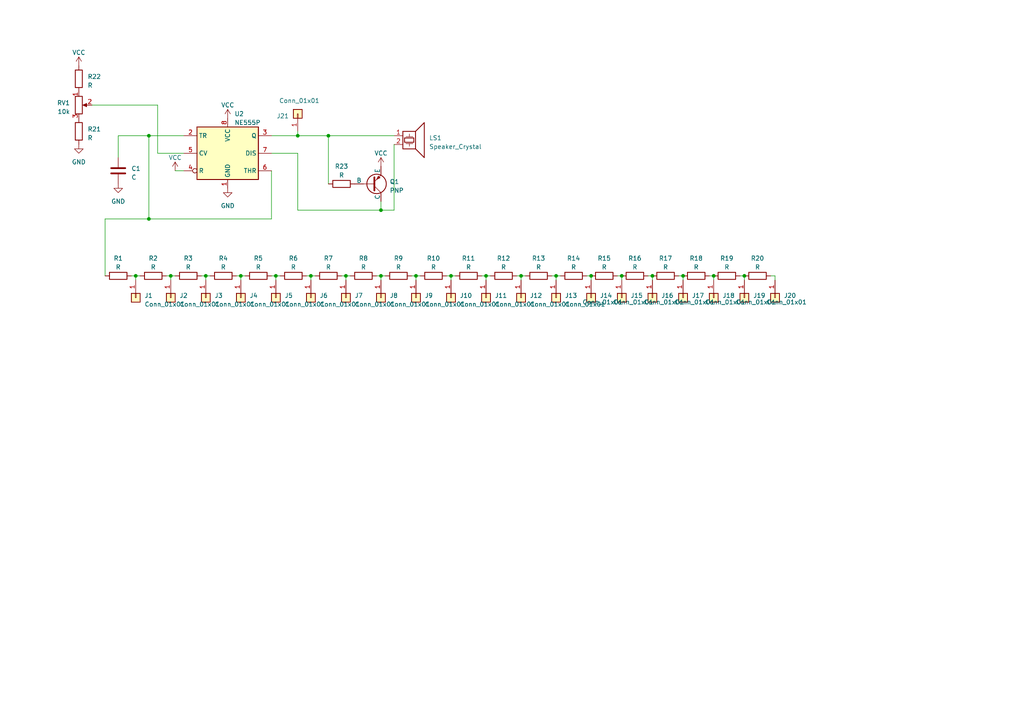
<source format=kicad_sch>
(kicad_sch (version 20230121) (generator eeschema)
  (paper "A4")
  (lib_symbols
    (symbol "Connector_Generic:Conn_01x01" (pin_names (offset 1.016) hide)
      (property "Reference" "J" (at 0 2.54 0))
      (property "Value" "Conn_01x01" (at 0 -2.54 0))
      (symbol "Conn_01x01_1_1"
        (rectangle (start -1.27 0.127) (end 0 -0.127) (stroke (width 0.1524)))
        (rectangle (start -1.27 1.27) (end 1.27 -1.27) (stroke (width 0.254)) (fill (type background)))
        (pin passive line (at -5.08 0 0) (length 3.81) (name "Pin_1") (number "1"))
      )
    )
    (symbol "Device:C" (pin_numbers hide) (pin_names (offset 0.254))
      (property "Reference" "C" (at 0.635 2.54 0))
      (property "Value" "C" (at 0.635 -2.54 0))
      (symbol "C_0_1"
        (polyline (pts (xy -2.032 -0.762) (xy 2.032 -0.762)) (stroke (width 0.508)))
        (polyline (pts (xy -2.032 0.762) (xy 2.032 0.762)) (stroke (width 0.508)))
      )
      (symbol "C_1_1"
        (pin passive line (at 0 3.81 270) (length 2.794) (name "~") (number "1"))
        (pin passive line (at 0 -3.81 90) (length 2.794) (name "~") (number "2"))
      )
    )
    (symbol "Device:R" (pin_numbers hide) (pin_names (offset 0))
      (property "Reference" "R" (at 2.032 0 90))
      (property "Value" "R" (at 0 0 90))
      (symbol "R_0_1"
        (rectangle (start -1.016 -2.54) (end 1.016 2.54) (stroke (width 0.254)))
      )
      (symbol "R_1_1"
        (pin passive line (at 0 3.81 270) (length 1.27) (name "~") (number "1"))
        (pin passive line (at 0 -3.81 90) (length 1.27) (name "~") (number "2"))
      )
    )
    (symbol "Device:R_Potentiometer" (pin_names (offset 1.016) hide)
      (property "Reference" "RV" (at -4.445 0 90))
      (property "Value" "R_Potentiometer" (at -2.54 0 90))
      (symbol "R_Potentiometer_0_1"
        (polyline (pts (xy 2.54 0) (xy 1.524 0)))
        (polyline (pts (xy 1.143 0) (xy 2.286 0.508) (xy 2.286 -0.508) (xy 1.143 0)) (fill (type outline)))
        (rectangle (start 1.016 2.54) (end -1.016 -2.54) (stroke (width 0.254)))
      )
      (symbol "R_Potentiometer_1_1"
        (pin passive line (at 0 3.81 270) (length 1.27) (name "1") (number "1"))
        (pin passive line (at 3.81 0 180) (length 1.27) (name "2") (number "2"))
        (pin passive line (at 0 -3.81 90) (length 1.27) (name "3") (number "3"))
      )
    )
    (symbol "Device:Speaker_Crystal" (pin_names (offset 0) hide)
      (property "Reference" "LS" (at 0.635 5.715 0))
      (property "Value" "Speaker_Crystal" (at 0.635 3.81 0))
      (symbol "Speaker_Crystal_0_0"
        (rectangle (start -2.54 1.27) (end 1.143 -3.81) (stroke (width 0.254)))
        (rectangle (start -2.032 -0.635) (end 0.635 -1.905) (stroke (width 0.254)))
        (polyline (pts (xy -1.651 -2.286) (xy 0.381 -2.286)))
        (polyline (pts (xy -1.651 -0.254) (xy 0.381 -0.254)))
        (polyline (pts (xy -0.635 -2.286) (xy -0.635 -3.048)))
        (polyline (pts (xy -0.635 -0.254) (xy -0.635 0.508)))
        (polyline (pts (xy 1.143 1.27) (xy 3.683 3.81) (xy 3.683 -6.35) (xy 1.143 -3.81)) (stroke (width 0.254)))
      )
      (symbol "Speaker_Crystal_1_1"
        (pin input line (at -5.08 0 0) (length 2.54) (name "1") (number "1"))
        (pin input line (at -5.08 -2.54 0) (length 2.54) (name "2") (number "2"))
      )
    )
    (symbol "Simulation_SPICE:PNP" (pin_numbers hide) (pin_names (offset 0))
      (property "Reference" "Q" (at -2.54 7.62 0))
      (property "Value" "PNP" (at -2.54 5.08 0))
      (symbol "PNP_0_1"
        (polyline (pts (xy -2.54 0) (xy 0.635 0)) (stroke (width 0.1524)))
        (polyline (pts (xy 0.635 0.635) (xy 2.54 2.54)))
        (polyline (pts (xy 0.635 -0.635) (xy 2.54 -2.54) (xy 2.54 -2.54)))
        (polyline (pts (xy 0.635 1.905) (xy 0.635 -1.905) (xy 0.635 -1.905)) (stroke (width 0.508)))
        (polyline (pts (xy 2.286 -1.778) (xy 1.778 -2.286) (xy 1.27 -1.27) (xy 2.286 -1.778) (xy 2.286 -1.778)) (fill (type outline)))
        (circle (center 1.27 0) (radius 2.8194) (stroke (width 0.254)))
      )
      (symbol "PNP_1_1"
        (pin open_collector line (at 2.54 5.08 270) (length 2.54) (name "C") (number "1"))
        (pin input line (at -5.08 0 0) (length 2.54) (name "B") (number "2"))
        (pin open_emitter line (at 2.54 -5.08 90) (length 2.54) (name "E") (number "3"))
      )
    )
    (symbol "Timer:NE555P"
      (property "Reference" "U" (at -10.16 8.89 0))
      (property "Value" "NE555P" (at 2.54 8.89 0))
      (symbol "NE555P_0_0"
        (pin power_in line (at 0 -10.16 90) (length 2.54) (name "GND") (number "1"))
        (pin power_in line (at 0 10.16 270) (length 2.54) (name "VCC") (number "8"))
      )
      (symbol "NE555P_0_1"
        (rectangle (start -8.89 -7.62) (end 8.89 7.62) (stroke (width 0.254)) (fill (type background)))
        (rectangle (start -8.89 -7.62) (end 8.89 7.62) (stroke (width 0.254)) (fill (type background)))
      )
      (symbol "NE555P_1_1"
        (pin input line (at -12.7 5.08 0) (length 3.81) (name "TR") (number "2"))
        (pin output line (at 12.7 5.08 180) (length 3.81) (name "Q") (number "3"))
        (pin input inverted (at -12.7 -5.08 0) (length 3.81) (name "R") (number "4"))
        (pin input line (at -12.7 0 0) (length 3.81) (name "CV") (number "5"))
        (pin input line (at 12.7 -5.08 180) (length 3.81) (name "THR") (number "6"))
        (pin input line (at 12.7 0 180) (length 3.81) (name "DIS") (number "7"))
      )
    )
    (symbol "power:GND" (power) (pin_names (offset 0))
      (property "Value" "GND" (at 0 -3.81 0))
      (symbol "GND_0_1"
        (polyline (pts (xy 0 0) (xy 0 -1.27) (xy 1.27 -1.27) (xy 0 -2.54) (xy -1.27 -1.27) (xy 0 -1.27)))
      )
      (symbol "GND_1_1"
        (pin power_in line (at 0 0 270) (length 0) hide (name "GND") (number "1"))
      )
    )
    (symbol "power:VCC" (power) (pin_names (offset 0))
      (property "Value" "VCC" (at 0 3.81 0))
      (symbol "VCC_0_1"
        (polyline (pts (xy -0.762 1.27) (xy 0 2.54)))
        (polyline (pts (xy 0 0) (xy 0 2.54)))
        (polyline (pts (xy 0 2.54) (xy 0.762 1.27)))
      )
      (symbol "VCC_1_1"
        (pin power_in line (at 0 0 90) (length 0) hide (name "VCC") (number "1"))
      )
    )
  )
  (junction (at 80.01 80.01))
  (junction (at 49.53 80.01))
  (junction (at 39.37 80.01))
  (junction (at 180.34 80.01))
  (junction (at 59.69 80.01))
  (junction (at 130.81 80.01))
  (junction (at 151.13 80.01))
  (junction (at 161.29 80.01))
  (junction (at 207.01 80.01))
  (junction (at 100.33 80.01))
  (junction (at 90.17 80.01))
  (junction (at 215.9 80.01))
  (junction (at 120.65 80.01))
  (junction (at 171.45 80.01))
  (junction (at 189.23 80.01))
  (junction (at 140.97 80.01))
  (junction (at 198.12 80.01))
  (junction (at 95.25 39.37))
  (junction (at 86.36 39.37))
  (junction (at 69.85 80.01))
  (junction (at 43.18 39.37))
  (junction (at 110.49 80.01))
  (junction (at 43.18 63.5))
  (junction (at 110.49 60.96))
  (wire (pts (xy 80.01 80.01) (xy 80.01 81.28)))
  (wire (pts (xy 149.86 80.01) (xy 151.13 80.01)))
  (wire (pts (xy 130.81 80.01) (xy 132.08 80.01)))
  (wire (pts (xy 86.36 44.45) (xy 78.74 44.45)))
  (wire (pts (xy 34.29 45.72) (xy 34.29 39.37)))
  (wire (pts (xy 160.02 80.01) (xy 161.29 80.01)))
  (wire (pts (xy 78.74 39.37) (xy 86.36 39.37)))
  (wire (pts (xy 215.9 80.01) (xy 215.9 81.28)))
  (wire (pts (xy 189.23 80.01) (xy 189.23 81.28)))
  (wire (pts (xy 80.01 80.01) (xy 81.28 80.01)))
  (wire (pts (xy 130.81 80.01) (xy 130.81 81.28)))
  (wire (pts (xy 198.12 80.01) (xy 198.12 81.28)))
  (wire (pts (xy 140.97 80.01) (xy 142.24 80.01)))
  (wire (pts (xy 43.18 63.5) (xy 78.74 63.5)))
  (wire (pts (xy 119.38 80.01) (xy 120.65 80.01)))
  (wire (pts (xy 90.17 80.01) (xy 91.44 80.01)))
  (wire (pts (xy 151.13 80.01) (xy 151.13 81.28)))
  (wire (pts (xy 170.18 80.01) (xy 171.45 80.01)))
  (wire (pts (xy 196.85 80.01) (xy 198.12 80.01)))
  (wire (pts (xy 223.52 80.01) (xy 224.79 80.01)))
  (wire (pts (xy 129.54 80.01) (xy 130.81 80.01)))
  (wire (pts (xy 120.65 80.01) (xy 120.65 81.28)))
  (wire (pts (xy 38.1 80.01) (xy 39.37 80.01)))
  (wire (pts (xy 88.9 80.01) (xy 90.17 80.01)))
  (wire (pts (xy 58.42 80.01) (xy 59.69 80.01)))
  (wire (pts (xy 110.49 60.96) (xy 110.49 58.42)))
  (wire (pts (xy 59.69 80.01) (xy 59.69 81.28)))
  (wire (pts (xy 34.29 39.37) (xy 43.18 39.37)))
  (wire (pts (xy 49.53 80.01) (xy 49.53 81.28)))
  (wire (pts (xy 120.65 80.01) (xy 121.92 80.01)))
  (wire (pts (xy 43.18 63.5) (xy 30.48 63.5)))
  (wire (pts (xy 187.96 80.01) (xy 189.23 80.01)))
  (wire (pts (xy 171.45 80.01) (xy 171.45 81.28)))
  (wire (pts (xy 95.25 39.37) (xy 114.3 39.37)))
  (wire (pts (xy 110.49 60.96) (xy 114.3 60.96)))
  (wire (pts (xy 109.22 80.01) (xy 110.49 80.01)))
  (wire (pts (xy 43.18 39.37) (xy 53.34 39.37)))
  (wire (pts (xy 86.36 38.1) (xy 86.36 39.37)))
  (wire (pts (xy 43.18 39.37) (xy 43.18 63.5)))
  (wire (pts (xy 95.25 39.37) (xy 95.25 53.34)))
  (wire (pts (xy 100.33 80.01) (xy 101.6 80.01)))
  (wire (pts (xy 39.37 80.01) (xy 40.64 80.01)))
  (wire (pts (xy 110.49 80.01) (xy 110.49 81.28)))
  (wire (pts (xy 224.79 80.01) (xy 224.79 81.28)))
  (wire (pts (xy 45.72 44.45) (xy 53.34 44.45)))
  (wire (pts (xy 68.58 80.01) (xy 69.85 80.01)))
  (wire (pts (xy 100.33 80.01) (xy 100.33 81.28)))
  (wire (pts (xy 50.8 49.53) (xy 53.34 49.53)))
  (wire (pts (xy 30.48 63.5) (xy 30.48 80.01)))
  (wire (pts (xy 205.74 80.01) (xy 207.01 80.01)))
  (wire (pts (xy 59.69 80.01) (xy 60.96 80.01)))
  (wire (pts (xy 78.74 80.01) (xy 80.01 80.01)))
  (wire (pts (xy 140.97 80.01) (xy 140.97 81.28)))
  (wire (pts (xy 78.74 49.53) (xy 78.74 63.5)))
  (wire (pts (xy 161.29 80.01) (xy 162.56 80.01)))
  (wire (pts (xy 110.49 60.96) (xy 86.36 60.96)))
  (wire (pts (xy 139.7 80.01) (xy 140.97 80.01)))
  (wire (pts (xy 48.26 80.01) (xy 49.53 80.01)))
  (wire (pts (xy 110.49 80.01) (xy 111.76 80.01)))
  (wire (pts (xy 26.67 30.48) (xy 45.72 30.48)))
  (wire (pts (xy 214.63 80.01) (xy 215.9 80.01)))
  (wire (pts (xy 179.07 80.01) (xy 180.34 80.01)))
  (wire (pts (xy 151.13 80.01) (xy 152.4 80.01)))
  (wire (pts (xy 99.06 80.01) (xy 100.33 80.01)))
  (wire (pts (xy 90.17 80.01) (xy 90.17 81.28)))
  (wire (pts (xy 161.29 80.01) (xy 161.29 81.28)))
  (wire (pts (xy 69.85 80.01) (xy 69.85 81.28)))
  (wire (pts (xy 114.3 41.91) (xy 114.3 60.96)))
  (wire (pts (xy 39.37 80.01) (xy 39.37 81.28)))
  (wire (pts (xy 69.85 80.01) (xy 71.12 80.01)))
  (wire (pts (xy 180.34 80.01) (xy 180.34 81.28)))
  (wire (pts (xy 86.36 39.37) (xy 95.25 39.37)))
  (wire (pts (xy 45.72 30.48) (xy 45.72 44.45)))
  (wire (pts (xy 49.53 80.01) (xy 50.8 80.01)))
  (wire (pts (xy 207.01 80.01) (xy 207.01 81.28)))
  (wire (pts (xy 86.36 60.96) (xy 86.36 44.45)))
  (symbol (lib_id "Connector_Generic:Conn_01x01") (at 224.79 86.36 270) (unit 1)
    (property "Reference" "J20" (at 227.33 85.725 90) (effects (justify left)))
    (property "Value" "Conn_01x01" (at 222.25 87.63 90) (effects (justify left)))
  )
  (symbol (lib_id "Simulation_SPICE:PNP") (at 107.95 53.34 0) (mirror x) (unit 1)
    (property "Reference" "Q1" (at 113.03 52.705 0) (effects (justify left)))
    (property "Value" "PNP" (at 113.03 55.245 0) (effects (justify left)))
    (property "Sim.Device" "PNP" (effects hide))
    (property "Sim.Type" "GUMMELPOON" (effects hide))
    (property "Sim.Pins" "1=C 2=B 3=E" (effects hide))
  )
  (symbol (lib_id "Connector_Generic:Conn_01x01") (at 140.97 86.36 270) (unit 1)
    (property "Reference" "J11" (at 143.51 85.725 90) (effects (justify left)))
    (property "Value" "Conn_01x01" (at 143.51 88.265 90) (effects (justify left)))
  )
  (symbol (lib_id "power:VCC") (at 66.04 34.29 0) (unit 1)
    (property "Reference" "#PWR05" (effects hide))
    (property "Value" "VCC" (at 66.04 30.48 0))
  )
  (symbol (lib_id "Connector_Generic:Conn_01x01") (at 90.17 86.36 270) (unit 1)
    (property "Reference" "J6" (at 92.71 85.725 90) (effects (justify left)))
    (property "Value" "Conn_01x01" (at 92.71 88.265 90) (effects (justify left)))
  )
  (symbol (lib_id "Timer:NE555P") (at 66.04 44.45 0) (unit 1)
    (property "Reference" "U2" (at 67.9959 33.02 0) (effects (justify left)))
    (property "Value" "NE555P" (at 67.9959 35.56 0) (effects (justify left)))
    (property "Footprint" "Package_DIP:DIP-8_W7.62mm" (effects hide))
    (property "Datasheet" "http://www.ti.com/lit/ds/symlink/ne555.pdf" (effects hide))
  )
  (symbol (lib_id "Device:R") (at 201.93 80.01 90) (unit 1)
    (property "Reference" "R18" (at 201.93 74.93 90))
    (property "Value" "R" (at 201.93 77.47 90))
    (property "Footprint" "Resistor_THT:R_Axial_DIN0207_L6.3mm_D2.5mm_P10.16mm_Horizontal" (effects hide))
  )
  (symbol (lib_id "Device:R") (at 22.86 38.1 180) (unit 1)
    (property "Reference" "R21" (at 25.4 37.465 0) (effects (justify right)))
    (property "Value" "R" (at 25.4 40.005 0) (effects (justify right)))
    (property "Footprint" "Resistor_THT:R_Axial_DIN0207_L6.3mm_D2.5mm_P10.16mm_Horizontal" (effects hide))
  )
  (symbol (lib_id "Connector_Generic:Conn_01x01") (at 59.69 86.36 270) (unit 1)
    (property "Reference" "J3" (at 62.23 85.725 90) (effects (justify left)))
    (property "Value" "Conn_01x01" (at 62.23 88.265 90) (effects (justify left)))
  )
  (symbol (lib_id "Device:R") (at 64.77 80.01 90) (unit 1)
    (property "Reference" "R4" (at 64.77 74.93 90))
    (property "Value" "R" (at 64.77 77.47 90))
    (property "Footprint" "Resistor_THT:R_Axial_DIN0207_L6.3mm_D2.5mm_P10.16mm_Horizontal" (effects hide))
  )
  (symbol (lib_id "Connector_Generic:Conn_01x01") (at 39.37 86.36 270) (unit 1)
    (property "Reference" "J1" (at 41.91 85.725 90) (effects (justify left)))
    (property "Value" "Conn_01x01" (at 41.91 88.265 90) (effects (justify left)))
  )
  (symbol (lib_id "Device:R") (at 166.37 80.01 90) (unit 1)
    (property "Reference" "R14" (at 166.37 74.93 90))
    (property "Value" "R" (at 166.37 77.47 90))
    (property "Footprint" "Resistor_THT:R_Axial_DIN0207_L6.3mm_D2.5mm_P10.16mm_Horizontal" (effects hide))
  )
  (symbol (lib_id "Device:R") (at 74.93 80.01 90) (unit 1)
    (property "Reference" "R5" (at 74.93 74.93 90))
    (property "Value" "R" (at 74.93 77.47 90))
    (property "Footprint" "Resistor_THT:R_Axial_DIN0207_L6.3mm_D2.5mm_P10.16mm_Horizontal" (effects hide))
  )
  (symbol (lib_id "Device:R") (at 146.05 80.01 90) (unit 1)
    (property "Reference" "R12" (at 146.05 74.93 90))
    (property "Value" "R" (at 146.05 77.47 90))
    (property "Footprint" "Resistor_THT:R_Axial_DIN0207_L6.3mm_D2.5mm_P10.16mm_Horizontal" (effects hide))
  )
  (symbol (lib_id "Device:R") (at 105.41 80.01 90) (unit 1)
    (property "Reference" "R8" (at 105.41 74.93 90))
    (property "Value" "R" (at 105.41 77.47 90))
    (property "Footprint" "Resistor_THT:R_Axial_DIN0207_L6.3mm_D2.5mm_P10.16mm_Horizontal" (effects hide))
  )
  (symbol (lib_id "Device:R") (at 210.82 80.01 90) (unit 1)
    (property "Reference" "R19" (at 210.82 74.93 90))
    (property "Value" "R" (at 210.82 77.47 90))
    (property "Footprint" "Resistor_THT:R_Axial_DIN0207_L6.3mm_D2.5mm_P10.16mm_Horizontal" (effects hide))
  )
  (symbol (lib_id "Device:R") (at 184.15 80.01 90) (unit 1)
    (property "Reference" "R16" (at 184.15 74.93 90))
    (property "Value" "R" (at 184.15 77.47 90))
    (property "Footprint" "Resistor_THT:R_Axial_DIN0207_L6.3mm_D2.5mm_P10.16mm_Horizontal" (effects hide))
  )
  (symbol (lib_id "Device:C") (at 34.29 49.53 0) (unit 1)
    (property "Reference" "C1" (at 38.1 48.895 0) (effects (justify left)))
    (property "Value" "C" (at 38.1 51.435 0) (effects (justify left)))
  )
  (symbol (lib_id "Device:R") (at 99.06 53.34 90) (unit 1)
    (property "Reference" "R23" (at 99.06 48.26 90))
    (property "Value" "R" (at 99.06 50.8 90))
    (property "Footprint" "Resistor_THT:R_Axial_DIN0207_L6.3mm_D2.5mm_P10.16mm_Horizontal" (effects hide))
  )
  (symbol (lib_id "Connector_Generic:Conn_01x01") (at 151.13 86.36 270) (unit 1)
    (property "Reference" "J12" (at 153.67 85.725 90) (effects (justify left)))
    (property "Value" "Conn_01x01" (at 153.67 88.265 90) (effects (justify left)))
  )
  (symbol (lib_id "Connector_Generic:Conn_01x01") (at 100.33 86.36 270) (unit 1)
    (property "Reference" "J7" (at 102.87 85.725 90) (effects (justify left)))
    (property "Value" "Conn_01x01" (at 102.87 88.265 90) (effects (justify left)))
  )
  (symbol (lib_id "Connector_Generic:Conn_01x01") (at 171.45 86.36 270) (unit 1)
    (property "Reference" "J14" (at 173.99 85.725 90) (effects (justify left)))
    (property "Value" "Conn_01x01" (at 168.91 87.63 90) (effects (justify left)))
  )
  (symbol (lib_id "Device:R") (at 175.26 80.01 90) (unit 1)
    (property "Reference" "R15" (at 175.26 74.93 90))
    (property "Value" "R" (at 175.26 77.47 90))
    (property "Footprint" "Resistor_THT:R_Axial_DIN0207_L6.3mm_D2.5mm_P10.16mm_Horizontal" (effects hide))
  )
  (symbol (lib_id "Connector_Generic:Conn_01x01") (at 110.49 86.36 270) (unit 1)
    (property "Reference" "J8" (at 113.03 85.725 90) (effects (justify left)))
    (property "Value" "Conn_01x01" (at 113.03 88.265 90) (effects (justify left)))
  )
  (symbol (lib_id "Device:Speaker_Crystal") (at 119.38 39.37 0) (unit 1)
    (property "Reference" "LS1" (at 124.46 40.005 0) (effects (justify left)))
    (property "Value" "Speaker_Crystal" (at 124.46 42.545 0) (effects (justify left)))
  )
  (symbol (lib_id "Device:R") (at 156.21 80.01 90) (unit 1)
    (property "Reference" "R13" (at 156.21 74.93 90))
    (property "Value" "R" (at 156.21 77.47 90))
    (property "Footprint" "Resistor_THT:R_Axial_DIN0207_L6.3mm_D2.5mm_P10.16mm_Horizontal" (effects hide))
  )
  (symbol (lib_id "Connector_Generic:Conn_01x01") (at 161.29 86.36 270) (unit 1)
    (property "Reference" "J13" (at 163.83 85.725 90) (effects (justify left)))
    (property "Value" "Conn_01x01" (at 163.83 88.265 90) (effects (justify left)))
  )
  (symbol (lib_id "Connector_Generic:Conn_01x01") (at 130.81 86.36 270) (unit 1)
    (property "Reference" "J10" (at 133.35 85.725 90) (effects (justify left)))
    (property "Value" "Conn_01x01" (at 133.35 88.265 90) (effects (justify left)))
  )
  (symbol (lib_id "Device:R") (at 85.09 80.01 90) (unit 1)
    (property "Reference" "R6" (at 85.09 74.93 90))
    (property "Value" "R" (at 85.09 77.47 90))
    (property "Footprint" "Resistor_THT:R_Axial_DIN0207_L6.3mm_D2.5mm_P10.16mm_Horizontal" (effects hide))
  )
  (symbol (lib_id "Connector_Generic:Conn_01x01") (at 180.34 86.36 270) (unit 1)
    (property "Reference" "J15" (at 182.88 85.725 90) (effects (justify left)))
    (property "Value" "Conn_01x01" (at 177.8 87.63 90) (effects (justify left)))
  )
  (symbol (lib_id "Device:R") (at 95.25 80.01 90) (unit 1)
    (property "Reference" "R7" (at 95.25 74.93 90))
    (property "Value" "R" (at 95.25 77.47 90))
    (property "Footprint" "Resistor_THT:R_Axial_DIN0207_L6.3mm_D2.5mm_P10.16mm_Horizontal" (effects hide))
  )
  (symbol (lib_id "Device:R") (at 219.71 80.01 90) (unit 1)
    (property "Reference" "R20" (at 219.71 74.93 90))
    (property "Value" "R" (at 219.71 77.47 90))
    (property "Footprint" "Resistor_THT:R_Axial_DIN0207_L6.3mm_D2.5mm_P10.16mm_Horizontal" (effects hide))
  )
  (symbol (lib_id "power:GND") (at 34.29 53.34 0) (unit 1)
    (property "Reference" "#PWR03" (effects hide))
    (property "Value" "GND" (at 34.29 58.42 0))
  )
  (symbol (lib_id "Connector_Generic:Conn_01x01") (at 215.9 86.36 270) (unit 1)
    (property "Reference" "J19" (at 218.44 85.725 90) (effects (justify left)))
    (property "Value" "Conn_01x01" (at 213.36 87.63 90) (effects (justify left)))
  )
  (symbol (lib_id "Device:R") (at 115.57 80.01 90) (unit 1)
    (property "Reference" "R9" (at 115.57 74.93 90))
    (property "Value" "R" (at 115.57 77.47 90))
    (property "Footprint" "Resistor_THT:R_Axial_DIN0207_L6.3mm_D2.5mm_P10.16mm_Horizontal" (effects hide))
  )
  (symbol (lib_id "Connector_Generic:Conn_01x01") (at 86.36 33.02 90) (unit 1)
    (property "Reference" "J21" (at 83.82 33.655 90) (effects (justify left)))
    (property "Value" "Conn_01x01" (at 92.71 29.21 90) (effects (justify left)))
  )
  (symbol (lib_id "Device:R_Potentiometer") (at 22.86 30.48 0) (unit 1)
    (property "Reference" "RV1" (at 20.32 29.845 0) (effects (justify right)))
    (property "Value" "10k" (at 20.32 32.385 0) (effects (justify right)))
  )
  (symbol (lib_id "power:GND") (at 66.04 54.61 0) (unit 1)
    (property "Reference" "#PWR01" (effects hide))
    (property "Value" "GND" (at 66.04 59.69 0))
  )
  (symbol (lib_id "Device:R") (at 44.45 80.01 90) (unit 1)
    (property "Reference" "R2" (at 44.45 74.93 90))
    (property "Value" "R" (at 44.45 77.47 90))
    (property "Footprint" "Resistor_THT:R_Axial_DIN0207_L6.3mm_D2.5mm_P10.16mm_Horizontal" (effects hide))
  )
  (symbol (lib_id "Device:R") (at 193.04 80.01 90) (unit 1)
    (property "Reference" "R17" (at 193.04 74.93 90))
    (property "Value" "R" (at 193.04 77.47 90))
    (property "Footprint" "Resistor_THT:R_Axial_DIN0207_L6.3mm_D2.5mm_P10.16mm_Horizontal" (effects hide))
  )
  (symbol (lib_id "Connector_Generic:Conn_01x01") (at 69.85 86.36 270) (unit 1)
    (property "Reference" "J4" (at 72.39 85.725 90) (effects (justify left)))
    (property "Value" "Conn_01x01" (at 72.39 88.265 90) (effects (justify left)))
  )
  (symbol (lib_id "Connector_Generic:Conn_01x01") (at 189.23 86.36 270) (unit 1)
    (property "Reference" "J16" (at 191.77 85.725 90) (effects (justify left)))
    (property "Value" "Conn_01x01" (at 186.69 87.63 90) (effects (justify left)))
  )
  (symbol (lib_id "power:VCC") (at 110.49 48.26 0) (unit 1)
    (property "Reference" "#PWR04" (effects hide))
    (property "Value" "VCC" (at 110.49 44.45 0))
  )
  (symbol (lib_id "Connector_Generic:Conn_01x01") (at 120.65 86.36 270) (unit 1)
    (property "Reference" "J9" (at 123.19 85.725 90) (effects (justify left)))
    (property "Value" "Conn_01x01" (at 123.19 88.265 90) (effects (justify left)))
  )
  (symbol (lib_id "power:VCC") (at 50.8 49.53 0) (unit 1)
    (property "Reference" "#PWR02" (effects hide))
    (property "Value" "VCC" (at 50.8 45.72 0))
  )
  (symbol (lib_id "Connector_Generic:Conn_01x01") (at 80.01 86.36 270) (unit 1)
    (property "Reference" "J5" (at 82.55 85.725 90) (effects (justify left)))
    (property "Value" "Conn_01x01" (at 82.55 88.265 90) (effects (justify left)))
  )
  (symbol (lib_id "Connector_Generic:Conn_01x01") (at 49.53 86.36 270) (unit 1)
    (property "Reference" "J2" (at 52.07 85.725 90) (effects (justify left)))
    (property "Value" "Conn_01x01" (at 52.07 88.265 90) (effects (justify left)))
  )
  (symbol (lib_id "Device:R") (at 125.73 80.01 90) (unit 1)
    (property "Reference" "R10" (at 125.73 74.93 90))
    (property "Value" "R" (at 125.73 77.47 90))
    (property "Footprint" "Resistor_THT:R_Axial_DIN0207_L6.3mm_D2.5mm_P10.16mm_Horizontal" (effects hide))
  )
  (symbol (lib_id "Device:R") (at 135.89 80.01 90) (unit 1)
    (property "Reference" "R11" (at 135.89 74.93 90))
    (property "Value" "R" (at 135.89 77.47 90))
    (property "Footprint" "Resistor_THT:R_Axial_DIN0207_L6.3mm_D2.5mm_P10.16mm_Horizontal" (effects hide))
  )
  (symbol (lib_id "power:GND") (at 22.86 41.91 0) (unit 1)
    (property "Reference" "#PWR07" (effects hide))
    (property "Value" "GND" (at 22.86 46.99 0))
  )
  (symbol (lib_id "Device:R") (at 34.29 80.01 90) (unit 1)
    (property "Reference" "R1" (at 34.29 74.93 90))
    (property "Value" "R" (at 34.29 77.47 90))
    (property "Footprint" "Resistor_THT:R_Axial_DIN0207_L6.3mm_D2.5mm_P10.16mm_Horizontal" (effects hide))
  )
  (symbol (lib_id "Connector_Generic:Conn_01x01") (at 198.12 86.36 270) (unit 1)
    (property "Reference" "J17" (at 200.66 85.725 90) (effects (justify left)))
    (property "Value" "Conn_01x01" (at 195.58 87.63 90) (effects (justify left)))
  )
  (symbol (lib_id "Device:R") (at 22.86 22.86 180) (unit 1)
    (property "Reference" "R22" (at 25.4 22.225 0) (effects (justify right)))
    (property "Value" "R" (at 25.4 24.765 0) (effects (justify right)))
    (property "Footprint" "Resistor_THT:R_Axial_DIN0207_L6.3mm_D2.5mm_P10.16mm_Horizontal" (effects hide))
  )
  (symbol (lib_id "Connector_Generic:Conn_01x01") (at 207.01 86.36 270) (unit 1)
    (property "Reference" "J18" (at 209.55 85.725 90) (effects (justify left)))
    (property "Value" "Conn_01x01" (at 204.47 87.63 90) (effects (justify left)))
  )
  (symbol (lib_id "power:VCC") (at 22.86 19.05 0) (unit 1)
    (property "Reference" "#PWR06" (effects hide))
    (property "Value" "VCC" (at 22.86 15.24 0))
  )
  (symbol (lib_id "Device:R") (at 54.61 80.01 90) (unit 1)
    (property "Reference" "R3" (at 54.61 74.93 90))
    (property "Value" "R" (at 54.61 77.47 90))
    (property "Footprint" "Resistor_THT:R_Axial_DIN0207_L6.3mm_D2.5mm_P10.16mm_Horizontal" (effects hide))
  )
)
</source>
